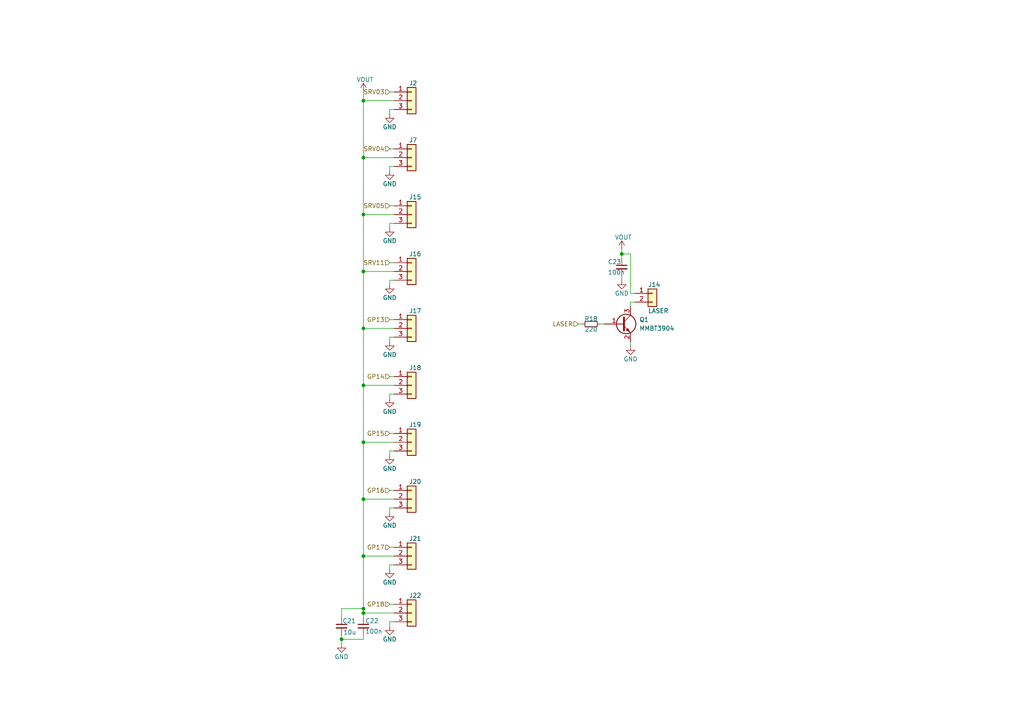
<source format=kicad_sch>
(kicad_sch (version 20231120) (generator "eeschema") (generator_version "8.0")
  (paper "A4")
  (title_block (title "Archi Bot") (date "2024-09-27") (rev "1.2") (company "Newsan"))
  (lib_symbols
    (symbol "Connector_Generic:Conn_01x02" (pin_names (offset 1.016) hide)
      (property "Reference" "J" (at 0 2.54 0))
      (property "Value" "Conn_01x02" (at 0 -5.08 0))
      (symbol "Conn_01x02_1_1"
        (rectangle (start -1.27 -2.413) (end 0 -2.667) (stroke (width 0.1524)))
        (rectangle (start -1.27 0.127) (end 0 -0.127) (stroke (width 0.1524)))
        (rectangle (start -1.27 1.27) (end 1.27 -3.81) (stroke (width 0.254)) (fill (type background)))
        (pin passive line (at -5.08 0 0) (length 3.81) (name "Pin_1") (number "1"))
        (pin passive line (at -5.08 -2.54 0) (length 3.81) (name "Pin_2") (number "2"))
      )
    )
    (symbol "Connector_Generic:Conn_01x03" (pin_names (offset 1.016) hide)
      (property "Reference" "J" (at 0 5.08 0))
      (property "Value" "Conn_01x03" (at 0 -5.08 0))
      (symbol "Conn_01x03_1_1"
        (rectangle (start -1.27 -2.413) (end 0 -2.667) (stroke (width 0.1524)))
        (rectangle (start -1.27 0.127) (end 0 -0.127) (stroke (width 0.1524)))
        (rectangle (start -1.27 2.667) (end 0 2.413) (stroke (width 0.1524)))
        (rectangle (start -1.27 3.81) (end 1.27 -3.81) (stroke (width 0.254)) (fill (type background)))
        (pin passive line (at -5.08 2.54 0) (length 3.81) (name "Pin_1") (number "1"))
        (pin passive line (at -5.08 0 0) (length 3.81) (name "Pin_2") (number "2"))
        (pin passive line (at -5.08 -2.54 0) (length 3.81) (name "Pin_3") (number "3"))
      )
    )
    (symbol "Device:C_Small" (pin_numbers hide) (pin_names (offset 0.254) hide)
      (property "Reference" "C" (at 0.254 1.778 0))
      (property "Value" "C_Small" (at 0.254 -2.032 0))
      (symbol "C_Small_0_1"
        (polyline (pts (xy -1.524 -0.508) (xy 1.524 -0.508)) (stroke (width 0.3302)))
        (polyline (pts (xy -1.524 0.508) (xy 1.524 0.508)) (stroke (width 0.3048)))
      )
      (symbol "C_Small_1_1"
        (pin passive line (at 0 2.54 270) (length 2.032) (name "~") (number "1"))
        (pin passive line (at 0 -2.54 90) (length 2.032) (name "~") (number "2"))
      )
    )
    (symbol "Device:R_Small" (pin_numbers hide) (pin_names (offset 0.254) hide)
      (property "Reference" "R" (at 0.762 0.508 0))
      (property "Value" "R_Small" (at 0.762 -1.016 0))
      (symbol "R_Small_0_1"
        (rectangle (start -0.762 1.778) (end 0.762 -1.778) (stroke (width 0.2032)))
      )
      (symbol "R_Small_1_1"
        (pin passive line (at 0 2.54 270) (length 0.762) (name "~") (number "1"))
        (pin passive line (at 0 -2.54 90) (length 0.762) (name "~") (number "2"))
      )
    )
    (symbol "Transistor_BJT:MMBT3904" (pin_names (offset 0) hide)
      (property "Reference" "Q" (at 5.08 1.905 0))
      (property "Value" "MMBT3904" (at 5.08 0 0))
      (symbol "MMBT3904_0_1"
        (polyline (pts (xy 0.635 0.635) (xy 2.54 2.54)))
        (polyline (pts (xy 0.635 -0.635) (xy 2.54 -2.54) (xy 2.54 -2.54)))
        (polyline (pts (xy 0.635 1.905) (xy 0.635 -1.905) (xy 0.635 -1.905)) (stroke (width 0.508)))
        (polyline (pts (xy 1.27 -1.778) (xy 1.778 -1.27) (xy 2.286 -2.286) (xy 1.27 -1.778) (xy 1.27 -1.778)) (fill (type outline)))
        (circle (center 1.27 0) (radius 2.8194) (stroke (width 0.254)))
      )
      (symbol "MMBT3904_1_1"
        (pin input line (at -5.08 0 0) (length 5.715) (name "B") (number "1"))
        (pin passive line (at 2.54 -5.08 90) (length 2.54) (name "E") (number "2"))
        (pin passive line (at 2.54 5.08 270) (length 2.54) (name "C") (number "3"))
      )
    )
    (symbol "power:GND" (power) (pin_names (offset 0))
      (property "Value" "GND" (at 0 -3.81 0))
      (symbol "GND_0_1"
        (polyline (pts (xy 0 0) (xy 0 -1.27) (xy 1.27 -1.27) (xy 0 -2.54) (xy -1.27 -1.27) (xy 0 -1.27)))
      )
      (symbol "GND_1_1"
        (pin power_in line (at 0 0 270) (length 0) hide (name "GND") (number "1"))
      )
    )
    (symbol "power:VCC" (power) (pin_names (offset 0))
      (property "Value" "VCC" (at 0 3.81 0))
      (symbol "VCC_0_1"
        (polyline (pts (xy -0.762 1.27) (xy 0 2.54)))
        (polyline (pts (xy 0 0) (xy 0 2.54)))
        (polyline (pts (xy 0 2.54) (xy 0.762 1.27)))
      )
      (symbol "VCC_1_1"
        (pin power_in line (at 0 0 90) (length 0) hide (name "VCC") (number "1"))
      )
    )
  )
  (junction (at 105.41 161.29))
  (junction (at 99.06 185.42))
  (junction (at 105.41 128.27))
  (junction (at 105.41 45.72))
  (junction (at 180.34 73.66))
  (junction (at 105.41 62.23))
  (junction (at 105.41 111.76))
  (junction (at 105.41 95.25))
  (junction (at 105.41 144.78))
  (junction (at 105.41 78.74))
  (junction (at 105.41 177.8))
  (junction (at 105.41 29.21))
  (junction (at 105.41 176.53))
  (wire (pts (xy 180.34 72.39) (xy 180.34 73.66)))
  (wire (pts (xy 113.03 125.73) (xy 114.3 125.73)))
  (wire (pts (xy 167.64 93.98) (xy 168.91 93.98)))
  (wire (pts (xy 105.41 184.15) (xy 105.41 185.42)))
  (wire (pts (xy 113.03 92.71) (xy 114.3 92.71)))
  (wire (pts (xy 105.41 45.72) (xy 105.41 62.23)))
  (wire (pts (xy 114.3 95.25) (xy 105.41 95.25)))
  (wire (pts (xy 113.03 180.34) (xy 113.03 181.61)))
  (wire (pts (xy 114.3 64.77) (xy 113.03 64.77)))
  (wire (pts (xy 184.15 87.63) (xy 182.88 87.63)))
  (wire (pts (xy 180.34 80.01) (xy 180.34 81.28)))
  (wire (pts (xy 113.03 130.81) (xy 113.03 132.08)))
  (wire (pts (xy 113.03 163.83) (xy 113.03 165.1)))
  (wire (pts (xy 105.41 161.29) (xy 105.41 176.53)))
  (wire (pts (xy 99.06 184.15) (xy 99.06 185.42)))
  (wire (pts (xy 105.41 176.53) (xy 105.41 177.8)))
  (wire (pts (xy 114.3 81.28) (xy 113.03 81.28)))
  (wire (pts (xy 99.06 176.53) (xy 99.06 179.07)))
  (wire (pts (xy 105.41 128.27) (xy 105.41 144.78)))
  (wire (pts (xy 114.3 130.81) (xy 113.03 130.81)))
  (wire (pts (xy 114.3 177.8) (xy 105.41 177.8)))
  (wire (pts (xy 105.41 29.21) (xy 105.41 45.72)))
  (wire (pts (xy 114.3 144.78) (xy 105.41 144.78)))
  (wire (pts (xy 113.03 64.77) (xy 113.03 66.04)))
  (wire (pts (xy 114.3 161.29) (xy 105.41 161.29)))
  (wire (pts (xy 114.3 147.32) (xy 113.03 147.32)))
  (wire (pts (xy 99.06 176.53) (xy 105.41 176.53)))
  (wire (pts (xy 113.03 76.2) (xy 114.3 76.2)))
  (wire (pts (xy 114.3 31.75) (xy 113.03 31.75)))
  (wire (pts (xy 113.03 97.79) (xy 113.03 99.06)))
  (wire (pts (xy 105.41 179.07) (xy 105.41 177.8)))
  (wire (pts (xy 114.3 48.26) (xy 113.03 48.26)))
  (wire (pts (xy 105.41 78.74) (xy 105.41 95.25)))
  (wire (pts (xy 99.06 185.42) (xy 99.06 186.69)))
  (wire (pts (xy 182.88 73.66) (xy 180.34 73.66)))
  (wire (pts (xy 105.41 62.23) (xy 105.41 78.74)))
  (wire (pts (xy 114.3 97.79) (xy 113.03 97.79)))
  (wire (pts (xy 113.03 48.26) (xy 113.03 49.53)))
  (wire (pts (xy 113.03 26.67) (xy 114.3 26.67)))
  (wire (pts (xy 114.3 114.3) (xy 113.03 114.3)))
  (wire (pts (xy 113.03 31.75) (xy 113.03 33.02)))
  (wire (pts (xy 114.3 29.21) (xy 105.41 29.21)))
  (wire (pts (xy 105.41 111.76) (xy 105.41 128.27)))
  (wire (pts (xy 113.03 43.18) (xy 114.3 43.18)))
  (wire (pts (xy 182.88 87.63) (xy 182.88 88.9)))
  (wire (pts (xy 113.03 59.69) (xy 114.3 59.69)))
  (wire (pts (xy 184.15 85.09) (xy 182.88 85.09)))
  (wire (pts (xy 113.03 109.22) (xy 114.3 109.22)))
  (wire (pts (xy 113.03 81.28) (xy 113.03 82.55)))
  (wire (pts (xy 114.3 78.74) (xy 105.41 78.74)))
  (wire (pts (xy 114.3 62.23) (xy 105.41 62.23)))
  (wire (pts (xy 113.03 114.3) (xy 113.03 115.57)))
  (wire (pts (xy 113.03 158.75) (xy 114.3 158.75)))
  (wire (pts (xy 105.41 185.42) (xy 99.06 185.42)))
  (wire (pts (xy 182.88 85.09) (xy 182.88 73.66)))
  (wire (pts (xy 114.3 111.76) (xy 105.41 111.76)))
  (wire (pts (xy 113.03 142.24) (xy 114.3 142.24)))
  (wire (pts (xy 182.88 99.06) (xy 182.88 100.33)))
  (wire (pts (xy 105.41 144.78) (xy 105.41 161.29)))
  (wire (pts (xy 114.3 45.72) (xy 105.41 45.72)))
  (wire (pts (xy 173.99 93.98) (xy 175.26 93.98)))
  (wire (pts (xy 114.3 163.83) (xy 113.03 163.83)))
  (wire (pts (xy 113.03 147.32) (xy 113.03 148.59)))
  (wire (pts (xy 105.41 29.21) (xy 105.41 26.67)))
  (wire (pts (xy 180.34 73.66) (xy 180.34 74.93)))
  (wire (pts (xy 105.41 95.25) (xy 105.41 111.76)))
  (wire (pts (xy 114.3 128.27) (xy 105.41 128.27)))
  (wire (pts (xy 113.03 175.26) (xy 114.3 175.26)))
  (wire (pts (xy 114.3 180.34) (xy 113.03 180.34)))
  (hierarchical_label "SRV05" (shape input) (at 113.03 59.69 180))
  (hierarchical_label "SRV11" (shape input) (at 113.03 76.2 180))
  (hierarchical_label "GP15" (shape input) (at 113.03 125.73 180))
  (hierarchical_label "GP13" (shape input) (at 113.03 92.71 180))
  (hierarchical_label "GP16" (shape input) (at 113.03 142.24 180))
  (hierarchical_label "GP17" (shape input) (at 113.03 158.75 180))
  (hierarchical_label "SRV04" (shape input) (at 113.03 43.18 180))
  (hierarchical_label "LASER" (shape input) (at 167.64 93.98 180))
  (hierarchical_label "GP18" (shape input) (at 113.03 175.26 180))
  (hierarchical_label "SRV03" (shape input) (at 113.03 26.67 180))
  (hierarchical_label "GP14" (shape input) (at 113.03 109.22 180))
  (symbol (lib_id "Connector_Generic:Conn_01x03") (at 119.38 144.78 0) (unit 1)
    (property "Reference" "J20" (at 118.618 139.7 0) (effects (justify left)))
    (property "Value" "Conn_01x03" (effects (hide yes)))
    (property "Footprint" "footprints:SAMTEC_TSM-103-01-TM-SV-P-TR" (effects (hide yes)))
    (property "Datasheet" "https://mm.digikey.com/Volume0/opasdata/d220001/medias/docus/6129/tsm-1xx-xx-xxx-sv-xx-xxx-x-xx-mkt.pdf" (effects (hide yes)))
    (property "Description" "Generic connector, single row, 01x03, script generated (kicad-library-utils/schlib/autogen/connector/)" (effects (hide yes)))
    (property "PartNumber" "TSM-103-01-TM-SV-P-TR" (effects (hide yes)))
    (property "PurchaseLink" "https://www.digikey.com/en/products/detail/samtec-inc/TSM-103-01-TM-SV-P-TR/6691927" (effects (hide yes)))
  )
  (symbol (lib_id "Connector_Generic:Conn_01x03") (at 119.38 128.27 0) (unit 1)
    (property "Reference" "J19" (at 118.618 123.19 0) (effects (justify left)))
    (property "Value" "Conn_01x03" (effects (hide yes)))
    (property "Footprint" "footprints:SAMTEC_TSM-103-01-TM-SV-P-TR" (effects (hide yes)))
    (property "Datasheet" "https://mm.digikey.com/Volume0/opasdata/d220001/medias/docus/6129/tsm-1xx-xx-xxx-sv-xx-xxx-x-xx-mkt.pdf" (effects (hide yes)))
    (property "Description" "Generic connector, single row, 01x03, script generated (kicad-library-utils/schlib/autogen/connector/)" (effects (hide yes)))
    (property "PartNumber" "TSM-103-01-TM-SV-P-TR" (effects (hide yes)))
    (property "PurchaseLink" "https://www.digikey.com/en/products/detail/samtec-inc/TSM-103-01-TM-SV-P-TR/6691927" (effects (hide yes)))
  )
  (symbol (lib_id "power:GND") (at 182.88 100.33 0) (unit 1)
    (property "Reference" "#PWR044" (effects (hide yes)))
    (property "Value" "GND" (at 182.88 104.14 0))
  )
  (symbol (lib_id "power:GND") (at 113.03 165.1 0) (unit 1)
    (property "Reference" "#PWR072" (effects (hide yes)))
    (property "Value" "GND" (at 113.03 168.91 0))
  )
  (symbol (lib_id "Connector_Generic:Conn_01x03") (at 119.38 111.76 0) (unit 1)
    (property "Reference" "J18" (at 118.618 106.68 0) (effects (justify left)))
    (property "Value" "Conn_01x03" (effects (hide yes)))
    (property "Footprint" "footprints:SAMTEC_TSM-103-01-TM-SV-P-TR" (effects (hide yes)))
    (property "Datasheet" "https://mm.digikey.com/Volume0/opasdata/d220001/medias/docus/6129/tsm-1xx-xx-xxx-sv-xx-xxx-x-xx-mkt.pdf" (effects (hide yes)))
    (property "Description" "Generic connector, single row, 01x03, script generated (kicad-library-utils/schlib/autogen/connector/)" (effects (hide yes)))
    (property "PartNumber" "TSM-103-01-TM-SV-P-TR" (effects (hide yes)))
    (property "PurchaseLink" "https://www.digikey.com/en/products/detail/samtec-inc/TSM-103-01-TM-SV-P-TR/6691927" (effects (hide yes)))
  )
  (symbol (lib_id "Connector_Generic:Conn_01x03") (at 119.38 45.72 0) (unit 1)
    (property "Reference" "J7" (at 118.618 40.64 0) (effects (justify left)))
    (property "Value" "Conn_01x03" (effects (hide yes)))
    (property "Footprint" "footprints:SAMTEC_TSM-103-01-TM-SV-P-TR" (effects (hide yes)))
    (property "Datasheet" "https://mm.digikey.com/Volume0/opasdata/d220001/medias/docus/6129/tsm-1xx-xx-xxx-sv-xx-xxx-x-xx-mkt.pdf" (effects (hide yes)))
    (property "Description" "Generic connector, single row, 01x03, script generated (kicad-library-utils/schlib/autogen/connector/)" (effects (hide yes)))
    (property "PartNumber" "TSM-103-01-TM-SV-P-TR" (effects (hide yes)))
    (property "PurchaseLink" "https://www.digikey.com/en/products/detail/samtec-inc/TSM-103-01-TM-SV-P-TR/6691927" (effects (hide yes)))
  )
  (symbol (lib_id "power:GND") (at 113.03 99.06 0) (unit 1)
    (property "Reference" "#PWR060" (effects (hide yes)))
    (property "Value" "GND" (at 113.03 102.87 0))
  )
  (symbol (lib_id "power:VCC") (at 105.41 26.67 0) (unit 1)
    (property "Reference" "#PWR058" (effects (hide yes)))
    (property "Value" "VOUT" (at 103.378 23.114 0) (effects (justify left)))
  )
  (symbol (lib_id "power:GND") (at 113.03 33.02 0) (unit 1)
    (property "Reference" "#PWR063" (effects (hide yes)))
    (property "Value" "GND" (at 113.03 36.83 0))
  )
  (symbol (lib_id "Device:R_Small") (at 171.45 93.98 90) (unit 1)
    (property "Reference" "R18" (at 171.45 92.456 90))
    (property "Value" "220" (at 171.45 95.504 90))
    (property "Footprint" "Resistor_SMD:R_0603_1608Metric_Pad0.98x0.95mm_HandSolder" (effects (hide yes)))
    (property "Datasheet" "https://www.yageo.com/upload/media/product/products/datasheet/rchip/PYu-RC_Group_51_RoHS_L_12.pdf" (effects (hide yes)))
    (property "Description" "Resistor, small symbol" (effects (hide yes)))
    (property "PartNumber" "RC0603FR-07220RL" (effects (hide yes)))
    (property "PurchaseLink" "https://www.digikey.com/en/products/detail/yageo/RC0603FR-07220RL/727061" (effects (hide yes)))
  )
  (symbol (lib_id "power:GND") (at 113.03 132.08 0) (unit 1)
    (property "Reference" "#PWR062" (effects (hide yes)))
    (property "Value" "GND" (at 113.03 135.89 0))
  )
  (symbol (lib_id "Connector_Generic:Conn_01x03") (at 119.38 78.74 0) (unit 1)
    (property "Reference" "J16" (at 118.618 73.66 0) (effects (justify left)))
    (property "Value" "Conn_01x03" (effects (hide yes)))
    (property "Footprint" "footprints:SAMTEC_TSM-103-01-TM-SV-P-TR" (effects (hide yes)))
    (property "Datasheet" "https://mm.digikey.com/Volume0/opasdata/d220001/medias/docus/6129/tsm-1xx-xx-xxx-sv-xx-xxx-x-xx-mkt.pdf" (effects (hide yes)))
    (property "Description" "Generic connector, single row, 01x03, script generated (kicad-library-utils/schlib/autogen/connector/)" (effects (hide yes)))
    (property "PartNumber" "TSM-103-01-TM-SV-P-TR" (effects (hide yes)))
    (property "PurchaseLink" "https://www.digikey.com/en/products/detail/samtec-inc/TSM-103-01-TM-SV-P-TR/6691927" (effects (hide yes)))
  )
  (symbol (lib_id "Transistor_BJT:MMBT3904") (at 180.34 93.98 0) (unit 1)
    (property "Reference" "Q1" (at 185.42 92.7099 0) (effects (justify left)))
    (property "Value" "MMBT3904" (at 185.42 95.2499 0) (effects (justify left)))
    (property "Footprint" "Package_TO_SOT_SMD:SOT-23-3" (effects (hide yes)))
    (property "Datasheet" "https://diotec.com/request/datasheet/mmbt3904.pdf" (effects (hide yes)))
    (property "PartNumber" "MMBT3904" (effects (hide yes)))
    (property "PurchaseLink" "https://www.digikey.com/en/products/detail/diotec-semiconductor/MMBT3904/13163698" (effects (hide yes)))
  )
  (symbol (lib_id "Device:C_Small") (at 105.41 181.61 0) (unit 1)
    (property "Reference" "C22" (at 105.918 180.086 0) (effects (justify left)))
    (property "Value" "100n" (at 105.918 183.134 0) (effects (justify left)))
    (property "Footprint" "Capacitor_SMD:C_0603_1608Metric_Pad1.08x0.95mm_HandSolder" (effects (hide yes)))
    (property "Datasheet" "https://mm.digikey.com/Volume0/opasdata/d220001/medias/docus/609/CL10B104KB8NNNC_Spec.pdf" (effects (hide yes)))
    (property "Description" "Unpolarized capacitor, small symbol" (effects (hide yes)))
    (property "PartNumber" "CL10B104KB8NNNC" (effects (hide yes)))
    (property "PurchaseLink" "https://www.digikey.com/short/0f3djmh4" (effects (hide yes)))
  )
  (symbol (lib_id "Connector_Generic:Conn_01x03") (at 119.38 62.23 0) (unit 1)
    (property "Reference" "J15" (at 118.618 57.15 0) (effects (justify left)))
    (property "Value" "Conn_01x03" (effects (hide yes)))
    (property "Footprint" "footprints:SAMTEC_TSM-103-01-TM-SV-P-TR" (effects (hide yes)))
    (property "Datasheet" "https://mm.digikey.com/Volume0/opasdata/d220001/medias/docus/6129/tsm-1xx-xx-xxx-sv-xx-xxx-x-xx-mkt.pdf" (effects (hide yes)))
    (property "Description" "Generic connector, single row, 01x03, script generated (kicad-library-utils/schlib/autogen/connector/)" (effects (hide yes)))
    (property "PartNumber" "TSM-103-01-TM-SV-P-TR" (effects (hide yes)))
    (property "PurchaseLink" "https://www.digikey.com/en/products/detail/samtec-inc/TSM-103-01-TM-SV-P-TR/6691927" (effects (hide yes)))
  )
  (symbol (lib_id "power:VCC") (at 180.34 72.39 0) (unit 1)
    (property "Reference" "#PWR014" (effects (hide yes)))
    (property "Value" "VOUT" (at 178.308 68.834 0) (effects (justify left)))
  )
  (symbol (lib_id "power:GND") (at 113.03 148.59 0) (unit 1)
    (property "Reference" "#PWR064" (effects (hide yes)))
    (property "Value" "GND" (at 113.03 152.4 0))
  )
  (symbol (lib_id "power:GND") (at 113.03 115.57 0) (unit 1)
    (property "Reference" "#PWR061" (effects (hide yes)))
    (property "Value" "GND" (at 113.03 119.38 0))
  )
  (symbol (lib_id "power:GND") (at 113.03 82.55 0) (unit 1)
    (property "Reference" "#PWR053" (effects (hide yes)))
    (property "Value" "GND" (at 113.03 86.36 0))
  )
  (symbol (lib_id "power:GND") (at 113.03 66.04 0) (unit 1)
    (property "Reference" "#PWR051" (effects (hide yes)))
    (property "Value" "GND" (at 113.03 69.85 0))
  )
  (symbol (lib_id "Connector_Generic:Conn_01x03") (at 119.38 161.29 0) (unit 1)
    (property "Reference" "J21" (at 118.618 156.21 0) (effects (justify left)))
    (property "Value" "Conn_01x03" (effects (hide yes)))
    (property "Footprint" "footprints:SAMTEC_TSM-103-01-TM-SV-P-TR" (effects (hide yes)))
    (property "Datasheet" "https://mm.digikey.com/Volume0/opasdata/d220001/medias/docus/6129/tsm-1xx-xx-xxx-sv-xx-xxx-x-xx-mkt.pdf" (effects (hide yes)))
    (property "Description" "Generic connector, single row, 01x03, script generated (kicad-library-utils/schlib/autogen/connector/)" (effects (hide yes)))
    (property "PartNumber" "TSM-103-01-TM-SV-P-TR" (effects (hide yes)))
    (property "PurchaseLink" "https://www.digikey.com/en/products/detail/samtec-inc/TSM-103-01-TM-SV-P-TR/6691927" (effects (hide yes)))
  )
  (symbol (lib_id "power:GND") (at 99.06 186.69 0) (unit 1)
    (property "Reference" "#PWR043" (effects (hide yes)))
    (property "Value" "GND" (at 99.06 190.5 0))
  )
  (symbol (lib_id "Connector_Generic:Conn_01x03") (at 119.38 95.25 0) (unit 1)
    (property "Reference" "J17" (at 118.618 90.17 0) (effects (justify left)))
    (property "Value" "Conn_01x03" (effects (hide yes)))
    (property "Footprint" "footprints:SAMTEC_TSM-103-01-TM-SV-P-TR" (effects (hide yes)))
    (property "Datasheet" "https://mm.digikey.com/Volume0/opasdata/d220001/medias/docus/6129/tsm-1xx-xx-xxx-sv-xx-xxx-x-xx-mkt.pdf" (effects (hide yes)))
    (property "Description" "Generic connector, single row, 01x03, script generated (kicad-library-utils/schlib/autogen/connector/)" (effects (hide yes)))
    (property "PartNumber" "TSM-103-01-TM-SV-P-TR" (effects (hide yes)))
    (property "PurchaseLink" "https://www.digikey.com/en/products/detail/samtec-inc/TSM-103-01-TM-SV-P-TR/6691927" (effects (hide yes)))
  )
  (symbol (lib_id "Device:C_Small") (at 180.34 77.47 0) (unit 1)
    (property "Reference" "C23" (at 176.276 75.946 0) (effects (justify left)))
    (property "Value" "100n" (at 176.276 78.994 0) (effects (justify left)))
    (property "Footprint" "Capacitor_SMD:C_0603_1608Metric_Pad1.08x0.95mm_HandSolder" (effects (hide yes)))
    (property "Datasheet" "https://mm.digikey.com/Volume0/opasdata/d220001/medias/docus/609/CL10B104KB8NNNC_Spec.pdf" (effects (hide yes)))
    (property "Description" "Unpolarized capacitor, small symbol" (effects (hide yes)))
    (property "PartNumber" "CL10B104KB8NNNC" (effects (hide yes)))
    (property "PurchaseLink" "https://www.digikey.com/short/0f3djmh4" (effects (hide yes)))
  )
  (symbol (lib_id "power:GND") (at 113.03 49.53 0) (unit 1)
    (property "Reference" "#PWR040" (effects (hide yes)))
    (property "Value" "GND" (at 113.03 53.34 0))
  )
  (symbol (lib_id "Device:C_Small") (at 99.06 181.61 0) (unit 1)
    (property "Reference" "C21" (at 99.314 180.086 0) (effects (justify left)))
    (property "Value" "10u" (at 99.568 183.388 0) (effects (justify left)))
    (property "Footprint" "Capacitor_SMD:C_0805_2012Metric_Pad1.18x1.45mm_HandSolder" (effects (hide yes)))
    (property "Datasheet" "https://search.murata.co.jp/Ceramy/image/img/A01X/G101/ENG/GRM21BR61E106MA73-01.pdf" (effects (hide yes)))
    (property "Description" "Unpolarized capacitor, small symbol" (effects (hide yes)))
    (property "PartNumber" "GRM21BR61E106MA73L" (effects (hide yes)))
    (property "PurchaseLink" "https://www.digikey.com/short/fn2rdqd3" (effects (hide yes)))
  )
  (symbol (lib_id "power:GND") (at 180.34 81.28 0) (unit 1)
    (property "Reference" "#PWR045" (effects (hide yes)))
    (property "Value" "GND" (at 180.34 85.09 0))
  )
  (symbol (lib_id "Connector_Generic:Conn_01x02") (at 189.23 85.09 0) (unit 1)
    (property "Reference" "J14" (at 187.96 82.55 0) (effects (justify left)))
    (property "Value" "LASER" (at 187.96 90.17 0) (effects (justify left)))
    (property "Footprint" "footprints:SAMTEC_SSM-102-L-SV-K-TR" (effects (hide yes)))
    (property "Datasheet" "https://mm.digikey.com/Volume0/opasdata/d220001/medias/docus/6129/ssm-1xx-xxx-xx-xx-xx-xx-x-xx-mkt.pdf" (effects (hide yes)))
    (property "Description" "Generic connector, single row, 01x02, script generated (kicad-library-utils/schlib/autogen/connector/)" (effects (hide yes)))
    (property "PartNumber" "SSM-102-L-SV-K-TR" (effects (hide yes)))
    (property "PurchaseLink" "https://www.digikey.com/en/products/detail/samtec-inc/SSM-102-L-SV-K-TR/7856999" (effects (hide yes)))
  )
  (symbol (lib_id "Connector_Generic:Conn_01x03") (at 119.38 177.8 0) (unit 1)
    (property "Reference" "J22" (at 118.618 172.72 0) (effects (justify left)))
    (property "Value" "Conn_01x03" (effects (hide yes)))
    (property "Footprint" "footprints:SAMTEC_TSM-103-01-TM-SV-P-TR" (effects (hide yes)))
    (property "Datasheet" "https://mm.digikey.com/Volume0/opasdata/d220001/medias/docus/6129/tsm-1xx-xx-xxx-sv-xx-xxx-x-xx-mkt.pdf" (effects (hide yes)))
    (property "Description" "Generic connector, single row, 01x03, script generated (kicad-library-utils/schlib/autogen/connector/)" (effects (hide yes)))
    (property "PartNumber" "TSM-103-01-TM-SV-P-TR" (effects (hide yes)))
    (property "PurchaseLink" "https://www.digikey.com/en/products/detail/samtec-inc/TSM-103-01-TM-SV-P-TR/6691927" (effects (hide yes)))
  )
  (symbol (lib_id "Connector_Generic:Conn_01x03") (at 119.38 29.21 0) (unit 1)
    (property "Reference" "J2" (at 118.618 24.13 0) (effects (justify left)))
    (property "Value" "Conn_01x03" (effects (hide yes)))
    (property "Footprint" "footprints:SAMTEC_TSM-103-01-TM-SV-P-TR" (effects (hide yes)))
    (property "Datasheet" "https://mm.digikey.com/Volume0/opasdata/d220001/medias/docus/6129/tsm-1xx-xx-xxx-sv-xx-xxx-x-xx-mkt.pdf" (effects (hide yes)))
    (property "Description" "Generic connector, single row, 01x03, script generated (kicad-library-utils/schlib/autogen/connector/)" (effects (hide yes)))
    (property "PartNumber" "TSM-103-01-TM-SV-P-TR" (effects (hide yes)))
    (property "PurchaseLink" "https://www.digikey.com/en/products/detail/samtec-inc/TSM-103-01-TM-SV-P-TR/6691927" (effects (hide yes)))
  )
  (symbol (lib_id "power:GND") (at 113.03 181.61 0) (unit 1)
    (property "Reference" "#PWR073" (effects (hide yes)))
    (property "Value" "GND" (at 113.03 185.42 0))
  )
)
</source>
